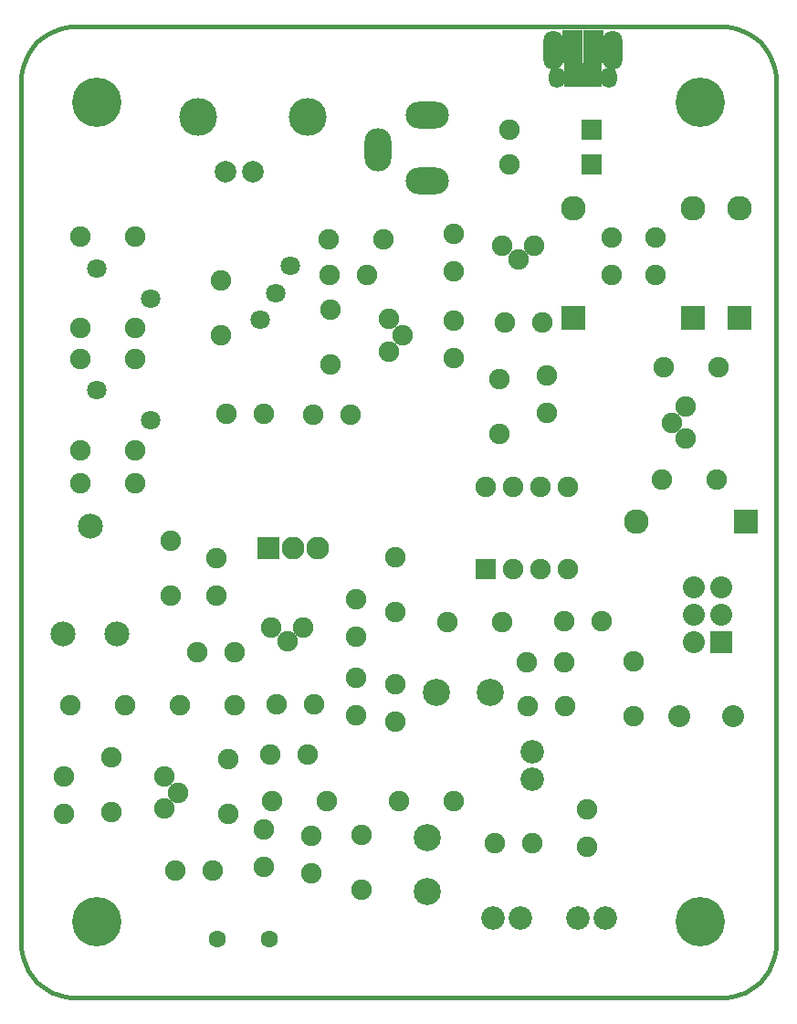
<source format=gts>
G04 (created by PCBNEW-RS274X (2011-nov-30)-testing) date Thu 02 Feb 2012 12:30:29 PM PST*
G01*
G70*
G90*
%MOIN*%
G04 Gerber Fmt 3.4, Leading zero omitted, Abs format*
%FSLAX34Y34*%
G04 APERTURE LIST*
%ADD10C,0.006000*%
%ADD11C,0.015000*%
%ADD12C,0.075000*%
%ADD13R,0.075000X0.075000*%
%ADD14C,0.090000*%
%ADD15R,0.090000X0.090000*%
%ADD16R,0.080000X0.080000*%
%ADD17C,0.080000*%
%ADD18C,0.180000*%
%ADD19C,0.138100*%
%ADD20C,0.079100*%
%ADD21C,0.071200*%
%ADD22C,0.075100*%
%ADD23C,0.083000*%
%ADD24R,0.083000X0.083000*%
%ADD25C,0.090900*%
%ADD26C,0.063300*%
%ADD27C,0.098700*%
%ADD28C,0.086000*%
%ADD29O,0.071200X0.144000*%
%ADD30O,0.059400X0.075100*%
%ADD31R,0.076100X0.118400*%
%ADD32R,0.035700X0.088900*%
%ADD33O,0.157800X0.098700*%
%ADD34O,0.098700X0.157800*%
G04 APERTURE END LIST*
G54D10*
G54D11*
X45276Y-55118D02*
X45447Y-55110D01*
X45617Y-55088D01*
X45785Y-55050D01*
X45949Y-54999D01*
X46107Y-54933D01*
X46260Y-54854D01*
X46404Y-54762D01*
X46541Y-54657D01*
X46667Y-54541D01*
X46783Y-54415D01*
X46888Y-54278D01*
X46980Y-54133D01*
X47059Y-53981D01*
X47125Y-53823D01*
X47176Y-53659D01*
X47214Y-53491D01*
X47236Y-53321D01*
X47244Y-53150D01*
X19686Y-53150D02*
X19694Y-53321D01*
X19716Y-53491D01*
X19754Y-53659D01*
X19805Y-53823D01*
X19871Y-53981D01*
X19950Y-54133D01*
X20042Y-54278D01*
X20147Y-54415D01*
X20263Y-54541D01*
X20389Y-54657D01*
X20526Y-54762D01*
X20671Y-54854D01*
X20823Y-54933D01*
X20981Y-54999D01*
X21145Y-55050D01*
X21313Y-55088D01*
X21483Y-55110D01*
X21654Y-55118D01*
X21654Y-19685D02*
X21483Y-19693D01*
X21313Y-19715D01*
X21145Y-19753D01*
X20981Y-19804D01*
X20822Y-19870D01*
X20670Y-19949D01*
X20525Y-20042D01*
X20389Y-20146D01*
X20262Y-20262D01*
X20146Y-20389D01*
X20042Y-20525D01*
X19949Y-20670D01*
X19870Y-20822D01*
X19804Y-20981D01*
X19753Y-21145D01*
X19715Y-21313D01*
X19693Y-21483D01*
X19685Y-21654D01*
X47245Y-21654D02*
X47237Y-21483D01*
X47215Y-21313D01*
X47177Y-21145D01*
X47126Y-20981D01*
X47060Y-20822D01*
X46981Y-20670D01*
X46888Y-20525D01*
X46784Y-20389D01*
X46668Y-20262D01*
X46541Y-20146D01*
X46405Y-20042D01*
X46260Y-19949D01*
X46108Y-19870D01*
X45949Y-19804D01*
X45785Y-19753D01*
X45617Y-19715D01*
X45447Y-19693D01*
X45276Y-19685D01*
X21654Y-19685D02*
X45276Y-19685D01*
X47244Y-53150D02*
X47244Y-21654D01*
X21654Y-55118D02*
X45276Y-55118D01*
X19685Y-21654D02*
X19685Y-53150D01*
G54D12*
X37353Y-30473D03*
X38720Y-30473D03*
X35472Y-27236D03*
X35472Y-28603D03*
X35472Y-30425D03*
X35472Y-31792D03*
X31929Y-44812D03*
X31929Y-43445D03*
X29007Y-44409D03*
X30374Y-44409D03*
X31929Y-40582D03*
X31929Y-41949D03*
X33347Y-43693D03*
X33347Y-45060D03*
X25306Y-50472D03*
X26673Y-50472D03*
X40354Y-48259D03*
X40354Y-49626D03*
X32331Y-28741D03*
X30964Y-28741D03*
X26133Y-42520D03*
X27500Y-42520D03*
X26811Y-39086D03*
X26811Y-40453D03*
X30346Y-33858D03*
X31713Y-33858D03*
X27196Y-33819D03*
X28563Y-33819D03*
X30166Y-46260D03*
X28799Y-46260D03*
X21260Y-47039D03*
X21260Y-48406D03*
X30276Y-49204D03*
X30276Y-50571D03*
X38355Y-49488D03*
X36988Y-49488D03*
X40875Y-41378D03*
X39508Y-41378D03*
X38141Y-42874D03*
X39508Y-42874D03*
X39536Y-44488D03*
X38169Y-44488D03*
X41260Y-27393D03*
X41260Y-28760D03*
X42835Y-27393D03*
X42835Y-28760D03*
X28543Y-50363D03*
X28543Y-48996D03*
X38898Y-33788D03*
X38898Y-32421D03*
G54D13*
X36650Y-39492D03*
G54D12*
X37650Y-39492D03*
X38650Y-39492D03*
X39650Y-39492D03*
X39650Y-36492D03*
X38650Y-36492D03*
X37650Y-36492D03*
X36650Y-36492D03*
G54D14*
X42134Y-37756D03*
G54D15*
X46134Y-37756D03*
G54D14*
X45905Y-26306D03*
G54D15*
X45905Y-30306D03*
G54D14*
X44212Y-26306D03*
G54D15*
X44212Y-30306D03*
G54D14*
X39843Y-26307D03*
G54D15*
X39843Y-30307D03*
G54D13*
X40516Y-23465D03*
G54D12*
X37516Y-23465D03*
G54D13*
X40516Y-24724D03*
G54D12*
X37516Y-24724D03*
X23835Y-30669D03*
X21835Y-30669D03*
X43095Y-36220D03*
X45095Y-36220D03*
X43134Y-32126D03*
X45134Y-32126D03*
X37165Y-34543D03*
X37165Y-32543D03*
X37260Y-41417D03*
X35260Y-41417D03*
X33488Y-47953D03*
X35488Y-47953D03*
X32126Y-49197D03*
X32126Y-51197D03*
X42047Y-42858D03*
X42047Y-44858D03*
X27244Y-48402D03*
X27244Y-46402D03*
X22992Y-46362D03*
X22992Y-48362D03*
X33346Y-39039D03*
X33346Y-41039D03*
X21835Y-35157D03*
X23835Y-35157D03*
X28843Y-47953D03*
X30843Y-47953D03*
X23480Y-44449D03*
X21480Y-44449D03*
X30983Y-32024D03*
X30983Y-30024D03*
X23835Y-27362D03*
X21835Y-27362D03*
X21835Y-31811D03*
X23835Y-31811D03*
X23835Y-36339D03*
X21835Y-36339D03*
X26969Y-30961D03*
X26969Y-28961D03*
X30928Y-27442D03*
X32928Y-27442D03*
X25157Y-40449D03*
X25157Y-38449D03*
X27496Y-44449D03*
X25496Y-44449D03*
G54D16*
X45264Y-42142D03*
G54D17*
X44264Y-42142D03*
X45264Y-41142D03*
X44264Y-41142D03*
X45264Y-40142D03*
X44264Y-40142D03*
G54D18*
X22441Y-22441D03*
X44488Y-22441D03*
X22441Y-52362D03*
X44488Y-52362D03*
G54D19*
X26150Y-22980D03*
X30150Y-22980D03*
G54D20*
X28150Y-24980D03*
X27150Y-24980D03*
G54D21*
X22441Y-28504D03*
X24410Y-29606D03*
X24410Y-34055D03*
X22441Y-32953D03*
X29527Y-28425D03*
X28425Y-30394D03*
X28976Y-29410D03*
G54D22*
X43445Y-34134D03*
X43937Y-34725D03*
X43937Y-33543D03*
X37834Y-28170D03*
X38425Y-27678D03*
X37243Y-27678D03*
X25413Y-47638D03*
X24921Y-47047D03*
X24921Y-48229D03*
X33601Y-30946D03*
X33109Y-30355D03*
X33109Y-31537D03*
X29409Y-42106D03*
X30000Y-41614D03*
X28818Y-41614D03*
G54D23*
X29606Y-38701D03*
X30504Y-38701D03*
G54D24*
X28708Y-38701D03*
G54D25*
X21221Y-41851D03*
X23189Y-41851D03*
X22205Y-37913D03*
G54D26*
X28740Y-52992D03*
X26850Y-52992D03*
G54D27*
X36811Y-43976D03*
X34843Y-43976D03*
X34528Y-51260D03*
X34528Y-49292D03*
G54D28*
X36902Y-52205D03*
X37902Y-52205D03*
X38346Y-47154D03*
X38346Y-46154D03*
X40012Y-52205D03*
X41012Y-52205D03*
G54D29*
X39124Y-20541D03*
X41270Y-20541D03*
G54D30*
X39242Y-21547D03*
X41152Y-21547D03*
G54D31*
X39818Y-20413D03*
X40576Y-20413D03*
G54D32*
X40197Y-21466D03*
X39941Y-21466D03*
X39685Y-21466D03*
X40453Y-21466D03*
X40709Y-21466D03*
G54D17*
X43721Y-44862D03*
X45689Y-44862D03*
G54D33*
X34528Y-22913D03*
X34528Y-25315D03*
G54D34*
X32717Y-24173D03*
M02*

</source>
